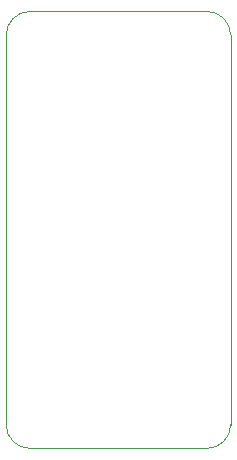
<source format=gbr>
%TF.GenerationSoftware,KiCad,Pcbnew,(6.0.0)*%
%TF.CreationDate,2022-01-16T12:51:45+01:00*%
%TF.ProjectId,HW_watchdog,48575f77-6174-4636-9864-6f672e6b6963,rev?*%
%TF.SameCoordinates,Original*%
%TF.FileFunction,Profile,NP*%
%FSLAX46Y46*%
G04 Gerber Fmt 4.6, Leading zero omitted, Abs format (unit mm)*
G04 Created by KiCad (PCBNEW (6.0.0)) date 2022-01-16 12:51:45*
%MOMM*%
%LPD*%
G01*
G04 APERTURE LIST*
%TA.AperFunction,Profile*%
%ADD10C,0.100000*%
%TD*%
G04 APERTURE END LIST*
D10*
X139000000Y-110000000D02*
X124000000Y-110000000D01*
X139000000Y-147000000D02*
X124000000Y-147000000D01*
X139000000Y-147000000D02*
G75*
G03*
X141000000Y-145000000I1J1999999D01*
G01*
X122000000Y-145000000D02*
X122000000Y-112000000D01*
X122000000Y-145000000D02*
G75*
G03*
X124000000Y-147000000I1999999J-1D01*
G01*
X124000000Y-110000000D02*
G75*
G03*
X122000000Y-112000000I-1J-1999999D01*
G01*
X141000000Y-112000000D02*
X141000000Y-145000000D01*
X141000000Y-112000000D02*
G75*
G03*
X139000000Y-110000000I-1999999J1D01*
G01*
M02*

</source>
